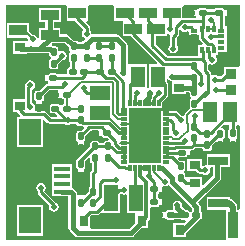
<source format=gbl>
G04*
G04 #@! TF.GenerationSoftware,Altium Limited,Altium Designer,18.0.11 (651)*
G04*
G04 Layer_Physical_Order=2*
G04 Layer_Color=16711680*
%FSAX44Y44*%
%MOMM*%
G71*
G01*
G75*
%ADD10C,0.3000*%
%ADD15R,1.5000X0.9500*%
%ADD17C,0.2540*%
%ADD18C,0.4000*%
%ADD19C,0.2000*%
%ADD20C,0.5000*%
%ADD21R,0.5500X0.3000*%
%ADD22R,0.3000X0.5500*%
%ADD23R,2.6500X4.6500*%
%ADD24R,1.7000X0.8000*%
%ADD25R,0.8000X0.9000*%
%ADD26R,0.9000X0.8000*%
G04:AMPARAMS|DCode=27|XSize=0.5mm|YSize=0.6mm|CornerRadius=0.0625mm|HoleSize=0mm|Usage=FLASHONLY|Rotation=90.000|XOffset=0mm|YOffset=0mm|HoleType=Round|Shape=RoundedRectangle|*
%AMROUNDEDRECTD27*
21,1,0.5000,0.4750,0,0,90.0*
21,1,0.3750,0.6000,0,0,90.0*
1,1,0.1250,0.2375,0.1875*
1,1,0.1250,0.2375,-0.1875*
1,1,0.1250,-0.2375,-0.1875*
1,1,0.1250,-0.2375,0.1875*
%
%ADD27ROUNDEDRECTD27*%
%ADD28R,1.9000X2.3000*%
%ADD29R,1.4000X0.4000*%
G04:AMPARAMS|DCode=30|XSize=0.5mm|YSize=0.6mm|CornerRadius=0.0625mm|HoleSize=0mm|Usage=FLASHONLY|Rotation=180.000|XOffset=0mm|YOffset=0mm|HoleType=Round|Shape=RoundedRectangle|*
%AMROUNDEDRECTD30*
21,1,0.5000,0.4750,0,0,180.0*
21,1,0.3750,0.6000,0,0,180.0*
1,1,0.1250,-0.1875,0.2375*
1,1,0.1250,0.1875,0.2375*
1,1,0.1250,0.1875,-0.2375*
1,1,0.1250,-0.1875,-0.2375*
%
%ADD30ROUNDEDRECTD30*%
%ADD31R,0.9000X0.7000*%
%ADD32R,1.8200X1.1900*%
%ADD33R,1.1900X1.8200*%
%ADD34R,1.2200X2.2200*%
%ADD35R,0.4000X0.6000*%
%ADD36R,0.6000X0.4000*%
%ADD37R,0.9500X0.9500*%
%ADD38R,0.8500X2.2000*%
%ADD39C,0.5000*%
G36*
X00921425Y00918972D02*
X00922500Y00918500D01*
X00922500Y00917702D01*
Y00906000D01*
X00929756D01*
X00936676Y00899080D01*
Y00897674D01*
X00936616Y00897634D01*
X00935732Y00896311D01*
X00935422Y00894750D01*
X00935732Y00893189D01*
X00936616Y00891866D01*
X00937565Y00891232D01*
X00937825Y00889967D01*
X00937097Y00888986D01*
X00936546Y00888877D01*
X00935843Y00888407D01*
X00935617Y00888069D01*
X00931883D01*
X00931657Y00888407D01*
X00930954Y00888877D01*
X00930125Y00889042D01*
X00928755D01*
X00924523Y00893273D01*
X00923366Y00894047D01*
X00922000Y00894319D01*
X00917000D01*
Y00899750D01*
X00911569D01*
Y00904500D01*
X00917250D01*
Y00917000D01*
X00899250D01*
Y00904500D01*
X00904431D01*
Y00899750D01*
X00899000D01*
Y00892014D01*
X00897825Y00891600D01*
X00897730Y00891617D01*
X00896884Y00892884D01*
X00895561Y00893768D01*
X00894000Y00894078D01*
X00893605Y00894000D01*
X00890250Y00897355D01*
Y00904000D01*
X00872250D01*
Y00891500D01*
X00888895D01*
X00890000Y00890395D01*
X00889922Y00890000D01*
X00890078Y00889213D01*
X00888875Y00888750D01*
X00877000D01*
Y00877750D01*
X00889000D01*
Y00878277D01*
X00890270Y00878595D01*
X00890439Y00878482D01*
X00892000Y00878172D01*
X00893561Y00878482D01*
X00893859Y00878681D01*
X00907272D01*
X00907458Y00878495D01*
Y00877125D01*
X00907623Y00876296D01*
X00908093Y00875593D01*
X00908740Y00875161D01*
X00908796Y00874776D01*
Y00874224D01*
X00908740Y00873839D01*
X00908093Y00873407D01*
X00907623Y00872704D01*
X00907458Y00871875D01*
Y00867125D01*
X00907623Y00866296D01*
X00908093Y00865593D01*
X00908796Y00865123D01*
X00909625Y00864958D01*
X00913375D01*
X00914204Y00865123D01*
X00914907Y00865593D01*
X00915377Y00866296D01*
X00915542Y00867125D01*
Y00869548D01*
X00918221Y00872227D01*
X00918500Y00872172D01*
X00920061Y00872482D01*
X00921384Y00873366D01*
X00922268Y00874689D01*
X00922578Y00876250D01*
X00922268Y00877811D01*
X00921384Y00879134D01*
X00920061Y00880018D01*
X00918500Y00880328D01*
X00916939Y00880018D01*
X00916812Y00879933D01*
X00915542Y00880611D01*
Y00881875D01*
X00915377Y00882704D01*
X00914907Y00883407D01*
X00914204Y00883877D01*
X00913375Y00884042D01*
X00912005D01*
X00911273Y00884773D01*
X00910244Y00885462D01*
X00910221Y00886257D01*
X00910303Y00886805D01*
X00910750Y00887181D01*
X00920522D01*
X00924208Y00883495D01*
Y00882125D01*
X00924373Y00881296D01*
X00924843Y00880593D01*
X00925490Y00880161D01*
X00925546Y00879776D01*
Y00879224D01*
X00925490Y00878839D01*
X00924843Y00878407D01*
X00924373Y00877704D01*
X00924208Y00876875D01*
Y00872125D01*
X00924373Y00871296D01*
X00924843Y00870593D01*
X00924926Y00870538D01*
Y00866502D01*
X00924296Y00866377D01*
X00923593Y00865907D01*
X00923123Y00865204D01*
X00922958Y00864375D01*
Y00860625D01*
X00922712Y00860324D01*
X00915129D01*
X00914907Y00860657D01*
X00914204Y00861127D01*
X00913375Y00861292D01*
X00908625D01*
X00907796Y00861127D01*
X00907093Y00860657D01*
X00906623Y00859954D01*
X00906583Y00859752D01*
X00904000D01*
Y00854752D01*
X00906321D01*
X00907009Y00853719D01*
X00906570Y00852574D01*
X00906500D01*
X00906500Y00852574D01*
X00905419Y00852359D01*
X00904503Y00851747D01*
X00904503Y00851747D01*
X00899469Y00846713D01*
X00897375D01*
X00896546Y00846548D01*
X00895843Y00846079D01*
X00895373Y00845376D01*
X00895208Y00844547D01*
Y00839797D01*
X00895373Y00838968D01*
X00895843Y00838265D01*
X00896546Y00837795D01*
X00896752Y00837754D01*
Y00835172D01*
X00901753D01*
Y00837755D01*
X00901954Y00837795D01*
X00902657Y00838265D01*
X00903127Y00838968D01*
X00903292Y00839797D01*
Y00842548D01*
X00907670Y00846926D01*
X00915268D01*
X00915500Y00845752D01*
X00915500D01*
Y00840751D01*
X00918082D01*
X00918123Y00840546D01*
X00918593Y00839843D01*
X00919296Y00839373D01*
X00919951Y00839243D01*
Y00835507D01*
X00919296Y00835377D01*
X00918593Y00834907D01*
X00918160Y00834260D01*
X00917776Y00834204D01*
X00917224D01*
X00916840Y00834260D01*
X00916407Y00834907D01*
X00915704Y00835377D01*
X00914875Y00835542D01*
X00910125D01*
X00909296Y00835377D01*
X00908593Y00834907D01*
X00908123Y00834204D01*
X00907958Y00833375D01*
Y00829625D01*
X00908123Y00828796D01*
X00908593Y00828093D01*
X00909296Y00827623D01*
X00910125Y00827458D01*
X00912548D01*
X00914508Y00825498D01*
X00914022Y00824324D01*
X00909170D01*
X00904997Y00828497D01*
X00904081Y00829109D01*
X00903000Y00829324D01*
X00903000Y00829324D01*
X00895966D01*
X00895287Y00830594D01*
X00895518Y00830939D01*
X00895828Y00832500D01*
X00895518Y00834061D01*
X00894634Y00835384D01*
X00893311Y00836268D01*
X00892824Y00836365D01*
Y00847435D01*
X00893061Y00847482D01*
X00894384Y00848366D01*
X00895268Y00849689D01*
X00895578Y00851250D01*
X00895268Y00852811D01*
X00894384Y00854134D01*
X00893061Y00855018D01*
X00891500Y00855328D01*
X00889939Y00855018D01*
X00888616Y00854134D01*
X00887732Y00852811D01*
X00887422Y00851250D01*
X00887479Y00850963D01*
X00887391Y00850831D01*
X00887176Y00849750D01*
X00887176Y00849750D01*
Y00839500D01*
X00877000D01*
Y00828500D01*
X00880671D01*
X00881003Y00828003D01*
X00883152Y00825853D01*
X00882666Y00824680D01*
X00880250D01*
Y00798680D01*
X00902250D01*
Y00821597D01*
X00903423Y00822083D01*
X00906003Y00819503D01*
X00906003Y00819503D01*
X00906919Y00818891D01*
X00908000Y00818676D01*
X00920326D01*
X00920366Y00818616D01*
X00921689Y00817732D01*
X00923250Y00817422D01*
X00924811Y00817732D01*
X00926134Y00818616D01*
X00926174Y00818676D01*
X00930298D01*
X00930373Y00818296D01*
X00930843Y00817593D01*
X00931546Y00817123D01*
X00932375Y00816958D01*
X00934874D01*
X00935559Y00816501D01*
X00936519Y00816310D01*
X00936851Y00815777D01*
X00937124Y00815118D01*
X00934548Y00812542D01*
X00932375D01*
X00931546Y00812377D01*
X00930843Y00811907D01*
X00930373Y00811204D01*
X00930208Y00810375D01*
Y00805625D01*
X00930373Y00804796D01*
X00930843Y00804093D01*
X00931546Y00803623D01*
X00931752Y00803582D01*
Y00801000D01*
X00936753D01*
Y00803583D01*
X00936954Y00803623D01*
X00937657Y00804093D01*
X00938127Y00804796D01*
X00938292Y00805625D01*
Y00808298D01*
X00942840Y00812846D01*
X00949750D01*
Y00808501D01*
X00952332D01*
X00952373Y00808296D01*
X00952843Y00807593D01*
X00953546Y00807123D01*
X00954375Y00806958D01*
X00956547D01*
X00958194Y00805312D01*
X00957668Y00804042D01*
X00955375D01*
X00954546Y00803877D01*
X00953843Y00803407D01*
X00953373Y00802704D01*
X00953298Y00802324D01*
X00950202D01*
X00950127Y00802704D01*
X00949657Y00803407D01*
X00948954Y00803877D01*
X00948125Y00804042D01*
X00944375D01*
X00943546Y00803877D01*
X00942843Y00803407D01*
X00942373Y00802704D01*
X00942208Y00801875D01*
Y00799453D01*
X00932003Y00789247D01*
X00931980Y00789213D01*
X00931546Y00789127D01*
X00930843Y00788657D01*
X00930373Y00787954D01*
X00930208Y00787125D01*
Y00782375D01*
X00930373Y00781546D01*
X00930843Y00780843D01*
X00931546Y00780373D01*
X00931752Y00780332D01*
Y00777750D01*
X00936753D01*
Y00780333D01*
X00936954Y00780373D01*
X00937657Y00780843D01*
X00938127Y00781546D01*
X00938292Y00782375D01*
Y00787125D01*
X00938222Y00787477D01*
X00941035Y00790291D01*
X00942208Y00789805D01*
Y00787125D01*
X00942373Y00786296D01*
X00942843Y00785593D01*
X00943546Y00785123D01*
X00943676Y00785098D01*
Y00779170D01*
X00943003Y00778497D01*
X00942391Y00777581D01*
X00942176Y00776500D01*
X00942176Y00776500D01*
Y00765546D01*
X00941593Y00765157D01*
X00941123Y00764454D01*
X00940958Y00763625D01*
Y00761202D01*
X00937814Y00758058D01*
X00936748Y00758500D01*
Y00758500D01*
X00931747D01*
X00931069Y00759489D01*
Y00759500D01*
X00930797Y00760866D01*
X00930023Y00762023D01*
X00928643Y00763403D01*
X00927486Y00764177D01*
X00927182Y00764237D01*
Y00770588D01*
Y00777192D01*
Y00784192D01*
X00910182D01*
Y00777192D01*
Y00770588D01*
Y00763984D01*
Y00757380D01*
X00918337D01*
X00918682Y00757311D01*
X00923931D01*
Y00730500D01*
X00924203Y00729134D01*
X00924977Y00727977D01*
X00929227Y00723727D01*
X00930384Y00722953D01*
X00931750Y00722681D01*
X00977000D01*
X00978366Y00722953D01*
X00979523Y00723727D01*
X00985797Y00730000D01*
X00991500D01*
Y00736424D01*
X00992163Y00737087D01*
X00992163Y00737087D01*
X00992826Y00738079D01*
X00993059Y00739250D01*
Y00747126D01*
X00994125Y00748208D01*
X00998875D01*
X00999704Y00748373D01*
X01000407Y00748843D01*
X01000877Y00749546D01*
X01000918Y00749752D01*
X01003500D01*
Y00754753D01*
X01000917D01*
X01000877Y00754954D01*
X01000407Y00755657D01*
X00999704Y00756127D01*
X00999574Y00756153D01*
Y00759097D01*
X00999704Y00759123D01*
X01000407Y00759593D01*
X01000877Y00760296D01*
X01000917Y00760497D01*
X01003500D01*
Y00764670D01*
X01003510Y00764692D01*
X01004717Y00765625D01*
X01005549Y00765459D01*
X01007110Y00765770D01*
X01007682Y00766152D01*
X01008837Y00766389D01*
X01009495Y00765958D01*
X01025977Y00749477D01*
X01028681Y00746772D01*
Y00745133D01*
X01028343Y00744907D01*
X01027911Y00744260D01*
X01027526Y00744204D01*
X01026974D01*
X01026590Y00744260D01*
X01026157Y00744907D01*
X01025454Y00745377D01*
X01024625Y00745542D01*
X01023255D01*
X01020116Y00748681D01*
X01020328Y00749750D01*
X01020018Y00751311D01*
X01019134Y00752634D01*
X01017811Y00753518D01*
X01016250Y00753828D01*
X01014689Y00753518D01*
X01013366Y00752634D01*
X01012482Y00751311D01*
X01012172Y00749750D01*
X01012482Y00748189D01*
X01012681Y00747891D01*
Y00747500D01*
X01012818Y00746812D01*
X01011977Y00745598D01*
X01011875Y00745542D01*
X01008125D01*
X01007296Y00745377D01*
X01006593Y00744907D01*
X01006123Y00744204D01*
X01006083Y00744002D01*
X01003500D01*
Y00739001D01*
X01006082D01*
X01006123Y00738796D01*
X01006593Y00738093D01*
X01007296Y00737623D01*
X01008125Y00737458D01*
X01012875D01*
X01013704Y00737623D01*
X01014165Y00737931D01*
X01018585D01*
X01019046Y00737623D01*
X01019875Y00737458D01*
X01022752D01*
X01023238Y00736285D01*
X01021453Y00734500D01*
X01012500D01*
Y00722500D01*
X01023500D01*
Y00726461D01*
X01023523Y00726477D01*
X01034505Y00737458D01*
X01034625D01*
X01035454Y00737623D01*
X01036157Y00738093D01*
X01036627Y00738796D01*
X01036792Y00739625D01*
Y00743375D01*
X01036627Y00744204D01*
X01036157Y00744907D01*
X01035819Y00745133D01*
Y00748250D01*
X01035547Y00749616D01*
X01034773Y00750773D01*
X01033547Y00752000D01*
X01052023Y00770477D01*
X01052797Y00771634D01*
X01053069Y00773000D01*
Y00782000D01*
X01061000D01*
Y00793000D01*
X01041000D01*
Y00784130D01*
X01040018Y00783325D01*
X01040000Y00783328D01*
X01038439Y00783018D01*
X01038020Y00782738D01*
X01036750Y00783417D01*
Y00788750D01*
X01024750D01*
Y00778750D01*
X01031756D01*
X01033253Y00777253D01*
X01034169Y00776641D01*
X01035250Y00776426D01*
X01037076D01*
X01037116Y00776366D01*
X01038439Y00775482D01*
X01040000Y00775172D01*
X01041561Y00775482D01*
X01042884Y00776366D01*
X01043768Y00777689D01*
X01044078Y00779250D01*
X01043784Y00780730D01*
X01043788Y00781004D01*
X01044320Y00782000D01*
X01045931D01*
Y00774478D01*
X01037923Y00766470D01*
X01036750Y00766956D01*
Y00773750D01*
X01024750D01*
Y00773750D01*
X01023480Y00773712D01*
X01023042Y00774042D01*
Y00775125D01*
X01022877Y00775954D01*
X01022407Y00776657D01*
X01021760Y00777089D01*
X01021704Y00777474D01*
Y00778026D01*
X01021760Y00778410D01*
X01022407Y00778843D01*
X01022877Y00779546D01*
X01023042Y00780375D01*
Y00785125D01*
X01022877Y00785954D01*
X01022407Y00786657D01*
X01021704Y00787127D01*
X01020875Y00787292D01*
X01018453D01*
X01016924Y00788820D01*
X01016962Y00789095D01*
X01017875Y00790208D01*
X01022625D01*
X01023454Y00790373D01*
X01024157Y00790843D01*
X01024627Y00791546D01*
X01024667Y00791748D01*
X01027250D01*
Y00795232D01*
X01027980Y00796156D01*
X01029061Y00796371D01*
X01029977Y00796983D01*
X01031170Y00798176D01*
X01037458D01*
Y00797875D01*
X01037623Y00797046D01*
X01038093Y00796343D01*
X01038796Y00795873D01*
X01039625Y00795708D01*
X01043375D01*
X01044204Y00795873D01*
X01044907Y00796343D01*
X01045377Y00797046D01*
X01045542Y00797875D01*
Y00800297D01*
X01048861Y00803617D01*
X01049748Y00803250D01*
Y00803250D01*
X01054749D01*
Y00805832D01*
X01054954Y00805873D01*
X01055657Y00806343D01*
X01056127Y00807046D01*
X01056292Y00807875D01*
Y00812625D01*
X01056127Y00813454D01*
X01055657Y00814157D01*
X01054954Y00814627D01*
X01054125Y00814792D01*
X01053695D01*
X01053209Y00815965D01*
X01055144Y00817900D01*
X01060176D01*
Y00814796D01*
X01059593Y00814407D01*
X01059123Y00813704D01*
X01058958Y00812875D01*
Y00808125D01*
X01059123Y00807296D01*
X01059593Y00806593D01*
X01060296Y00806123D01*
X01060502Y00806082D01*
Y00803500D01*
X01065503D01*
Y00806083D01*
X01065704Y00806123D01*
X01066407Y00806593D01*
X01066877Y00807296D01*
X01067042Y00808125D01*
Y00812875D01*
X01066877Y00813704D01*
X01066407Y00814407D01*
X01065824Y00814796D01*
Y00817002D01*
X01066722Y00817900D01*
X01068000Y00817900D01*
X01068832Y00816975D01*
Y00811530D01*
Y00746736D01*
X01068814Y00746459D01*
X01067508Y00745968D01*
X01067078Y00746398D01*
Y00748250D01*
X01066768Y00749811D01*
X01065884Y00751134D01*
X01065884Y00751134D01*
X01062884Y00754134D01*
X01061561Y00755018D01*
X01061000Y00755129D01*
Y00757000D01*
X01041000D01*
Y00746000D01*
X01056187D01*
X01057250Y00745500D01*
Y00721360D01*
X01057250Y00720500D01*
X01056150Y00720090D01*
X00870966D01*
Y00918972D01*
X00921425D01*
D02*
G37*
G36*
X01019666Y00897566D02*
X01020989Y00896682D01*
X01022550Y00896372D01*
X01024111Y00896682D01*
X01024730Y00897096D01*
X01026000Y00896417D01*
Y00894000D01*
X01034176D01*
Y00891250D01*
X01034176Y00891250D01*
X01034391Y00890169D01*
X01035003Y00889253D01*
X01037582Y00886673D01*
X01037096Y00885500D01*
X01033500D01*
Y00876500D01*
X01032390Y00876114D01*
X01007630D01*
X00997824Y00885920D01*
Y00893000D01*
X01007000D01*
Y00894430D01*
X01007996Y00894962D01*
X01008270Y00894966D01*
X01009487Y00894724D01*
X01010003Y00893942D01*
X01010170Y00893460D01*
X01010062Y00893300D01*
X01009847Y00892219D01*
X01009847Y00892219D01*
Y00885174D01*
X01009788Y00885134D01*
X01008904Y00883811D01*
X01008593Y00882250D01*
X01008904Y00880689D01*
X01009788Y00879366D01*
X01011111Y00878482D01*
X01012672Y00878172D01*
X01014232Y00878482D01*
X01015555Y00879366D01*
X01016440Y00880689D01*
X01016750Y00882250D01*
X01016440Y00883811D01*
X01015555Y00885134D01*
X01015496Y00885174D01*
Y00891049D01*
X01017017Y00892570D01*
X01017017Y00892570D01*
X01017629Y00893486D01*
X01017844Y00894567D01*
X01017844Y00894567D01*
Y00898007D01*
X01019114Y00898392D01*
X01019666Y00897566D01*
D02*
G37*
G36*
X01068832Y00918972D02*
Y00868029D01*
X01068250Y00867000D01*
X01067562Y00867000D01*
X01055750D01*
Y00861494D01*
X01053080Y00858824D01*
X01050674D01*
X01050634Y00858884D01*
X01049311Y00859768D01*
X01047750Y00860078D01*
X01046189Y00859768D01*
X01045864Y00859551D01*
X01044594Y00860230D01*
Y00861027D01*
X01044379Y00862108D01*
X01043767Y00863024D01*
X01043767Y00863024D01*
X01042304Y00864487D01*
Y00868624D01*
X01043574Y00869303D01*
X01043990Y00869025D01*
X01045551Y00868714D01*
X01047112Y00869025D01*
X01048435Y00869909D01*
X01049319Y00871232D01*
X01049629Y00872793D01*
X01049319Y00874353D01*
X01048733Y00875230D01*
X01049314Y00876500D01*
X01050500D01*
Y00879000D01*
X01058000D01*
Y00889000D01*
Y00901000D01*
X01056324D01*
Y00910252D01*
X01058250D01*
Y00915253D01*
X01055667D01*
X01055627Y00915454D01*
X01055157Y00916157D01*
X01054454Y00916627D01*
X01053625Y00916792D01*
X01048875D01*
X01048046Y00916627D01*
X01047343Y00916157D01*
X01046954Y00915574D01*
X01041796D01*
X01041407Y00916157D01*
X01040704Y00916627D01*
X01039875Y00916792D01*
X01035125D01*
X01034296Y00916627D01*
X01033593Y00916157D01*
X01033123Y00915454D01*
X01033082Y00915248D01*
X01030500D01*
Y00910247D01*
X01032041D01*
X01032291Y00909844D01*
X01031585Y00908574D01*
X01020500D01*
Y00917702D01*
X01021574Y00918972D01*
X01068832D01*
D02*
G37*
G36*
X00961425Y00918972D02*
X00962500Y00918500D01*
X00962500Y00917702D01*
Y00906000D01*
X00968687D01*
X00969750Y00905500D01*
Y00893000D01*
X00976421D01*
X00976753Y00892503D01*
X00999232Y00870023D01*
X00998746Y00868850D01*
X00992350D01*
Y00849480D01*
X00991235Y00848995D01*
X00990150Y00849642D01*
Y00868850D01*
X00975250D01*
Y00868850D01*
X00974069Y00869064D01*
Y00885000D01*
X00973797Y00886366D01*
X00973023Y00887523D01*
X00973019Y00887526D01*
X00967272Y00893273D01*
X00966114Y00894047D01*
X00964749Y00894319D01*
X00944787D01*
X00943824Y00894662D01*
X00943429Y00895503D01*
X00943268Y00896311D01*
X00942384Y00897634D01*
X00942324Y00897674D01*
Y00898867D01*
X00942359Y00898919D01*
X00942574Y00900000D01*
X00942359Y00901081D01*
X00941747Y00901997D01*
X00941747Y00901997D01*
X00938917Y00904827D01*
X00939404Y00906000D01*
X00940500D01*
Y00917702D01*
X00941574Y00918972D01*
X00961425D01*
D02*
G37*
G36*
X01009116Y00855616D02*
X01010439Y00854732D01*
X01011750Y00854471D01*
Y00843500D01*
X01023750D01*
Y00845431D01*
X01025522D01*
X01026458Y00844495D01*
Y00843125D01*
X01026623Y00842296D01*
X01027093Y00841593D01*
X01027740Y00841161D01*
X01027796Y00840776D01*
Y00840224D01*
X01027740Y00839839D01*
X01027093Y00839407D01*
X01026623Y00838704D01*
X01026458Y00837875D01*
Y00833125D01*
X01026623Y00832296D01*
X01026826Y00831992D01*
X01022948Y00828113D01*
X01022395Y00827287D01*
X01022201Y00826311D01*
Y00825853D01*
X01021290Y00825366D01*
X01020931Y00825294D01*
X01019500Y00825578D01*
X01019430Y00825564D01*
X01016497Y00828497D01*
X01015581Y00829109D01*
X01014500Y00829324D01*
X01014500Y00829324D01*
X01010500D01*
Y00829500D01*
X01002000D01*
Y00819500D01*
Y00807500D01*
Y00795500D01*
Y00785000D01*
X00975000D01*
Y00791500D01*
Y00801500D01*
X00967686D01*
X00967047Y00802230D01*
X00967425Y00803500D01*
X00970454D01*
X00970750Y00803441D01*
X00971046Y00803500D01*
X00975000D01*
Y00817500D01*
X00968617D01*
X00967947Y00818341D01*
X00968453Y00819500D01*
X00975000D01*
Y00832000D01*
X01003500D01*
Y00836709D01*
X01007767Y00840976D01*
X01008379Y00841892D01*
X01008594Y00842973D01*
X01008594Y00842973D01*
Y00852280D01*
X01008379Y00853361D01*
X01007767Y00854277D01*
X01007767Y00854277D01*
X01007250Y00854794D01*
Y00856123D01*
X01008520Y00856508D01*
X01009116Y00855616D01*
D02*
G37*
G36*
X00969237Y00758941D02*
X00970797Y00758631D01*
X00972030Y00758876D01*
X00973300Y00758159D01*
Y00743150D01*
X00980210D01*
X00980500Y00742000D01*
X00980500D01*
Y00734797D01*
X00975522Y00729819D01*
X00943695D01*
X00942500Y00730000D01*
Y00740256D01*
X00943420Y00741176D01*
X00947850D01*
X00947850Y00741176D01*
X00948931Y00741391D01*
X00949847Y00742003D01*
X00951289Y00743445D01*
X00952000Y00743150D01*
Y00743150D01*
X00967200D01*
Y00758781D01*
X00968414Y00759491D01*
X00969237Y00758941D01*
D02*
G37*
%LPC*%
G36*
X00900750Y00768578D02*
X00899189Y00768268D01*
X00897866Y00767384D01*
X00896982Y00766061D01*
X00896672Y00764500D01*
X00896982Y00762939D01*
X00897866Y00761616D01*
X00897926Y00761576D01*
Y00760500D01*
X00897926Y00760500D01*
X00898141Y00759419D01*
X00898753Y00758503D01*
X00907684Y00749571D01*
X00907422Y00748250D01*
X00907732Y00746689D01*
X00908616Y00745366D01*
X00909939Y00744482D01*
X00911500Y00744172D01*
X00913061Y00744482D01*
X00914384Y00745366D01*
X00915268Y00746689D01*
X00915578Y00748250D01*
X00915268Y00749811D01*
X00914384Y00751134D01*
X00913522Y00751710D01*
X00913497Y00751747D01*
X00913497Y00751747D01*
X00903633Y00761611D01*
X00903634Y00761616D01*
X00904518Y00762939D01*
X00904828Y00764500D01*
X00904518Y00766061D01*
X00903634Y00767384D01*
X00902311Y00768268D01*
X00900750Y00768578D01*
D02*
G37*
G36*
X00902250Y00749750D02*
X00880250D01*
Y00723750D01*
X00902250D01*
Y00749750D01*
D02*
G37*
%LPD*%
D10*
X00990000Y00739250D02*
Y00769058D01*
X00984500Y00774558D02*
X00990000Y00769058D01*
X00984500Y00774558D02*
Y00780750D01*
X00986750Y00736000D02*
X00990000Y00739250D01*
X00967000Y00810500D02*
X00970750D01*
Y00806500D02*
Y00810500D01*
X00984500Y00780750D02*
X00988500D01*
Y00836250D02*
X00992100D01*
X00958750Y00818750D02*
X00967000Y00810500D01*
D15*
X00978750Y00899250D02*
D03*
X00998000D02*
D03*
X00908000Y00893500D02*
D03*
X00881250Y00910750D02*
D03*
X00951500Y00912250D02*
D03*
X00991500D02*
D03*
X00971500D02*
D03*
X00931500D02*
D03*
X01011500D02*
D03*
X00881250Y00897750D02*
D03*
X00908250Y00910750D02*
D03*
D17*
X01060050Y00828500D02*
X01063000Y00825550D01*
X01060050Y00826800D02*
Y00828500D01*
X01035500Y00811000D02*
X01044250D01*
X01015020Y00894567D02*
Y00900373D01*
X01020397Y00905750D01*
X01009750Y00898750D02*
Y00910500D01*
X01012672Y00892219D02*
X01015020Y00894567D01*
X00980500Y00836250D02*
Y00843000D01*
X00982250Y00844750D01*
X00996500Y00841040D02*
X01000299Y00844839D01*
Y00845041D01*
X00996500Y00836250D02*
Y00841040D01*
X01014500Y00826500D02*
X01019500Y00821500D01*
X01006250Y00826500D02*
X01014500D01*
X01006250Y00822170D02*
X01009899D01*
X00996750Y00763000D02*
Y00768884D01*
X00996750Y00751750D02*
Y00763000D01*
X00937250Y00736000D02*
Y00739000D01*
X01012500Y00813000D02*
Y00819569D01*
X01009899Y00822170D02*
X01012500Y00819569D01*
X01006250Y00822170D02*
Y00822500D01*
X01012500Y00813000D02*
X01014750Y00810750D01*
X01016580Y00802420D02*
X01016660Y00802500D01*
X01006250D02*
X01016660D01*
X01021170Y00802420D02*
X01023000Y00804250D01*
X01016580Y00802420D02*
X01021170D01*
X01042250Y00801000D02*
X01052250Y00811000D01*
X01030000Y00801000D02*
X01042250D01*
X01014270Y00798980D02*
X01027980D01*
X01013790Y00798500D02*
X01014270Y00798980D01*
X01027980D02*
X01030000Y00801000D01*
X01006250Y00798500D02*
X01013790D01*
X00966559Y00762709D02*
X00970797D01*
X00959600Y00755750D02*
X00966559Y00762709D01*
X01030500Y00835500D02*
X01040750Y00845750D01*
X00995000Y00896250D02*
X00998000Y00899250D01*
X00995000Y00884750D02*
Y00896250D01*
Y00884750D02*
X01006460Y00873290D01*
X01036757D01*
X00978750Y00894500D02*
X01003730Y00869520D01*
X00978750Y00894500D02*
Y00899250D01*
X00991500Y00905750D02*
Y00912250D01*
Y00905750D02*
X00998000Y00899250D01*
X00971500Y00912250D02*
X00978750Y00905000D01*
Y00899250D02*
Y00905000D01*
X00991500Y00912250D02*
X00991500Y00912250D01*
X00890000Y00849750D02*
X00891500Y00851250D01*
X00890000Y00834250D02*
Y00849750D01*
Y00834250D02*
X00891750Y00832500D01*
X01030250Y00816250D02*
Y00824740D01*
X01031050Y00825540D01*
X01009750Y00910500D02*
X01011500Y00912250D01*
X01012672Y00882250D02*
Y00892219D01*
X01003730Y00869520D02*
X01028730D01*
X01030500Y00867750D01*
X00939500Y00894750D02*
Y00899750D01*
X00939750Y00900000D01*
X00931500Y00908250D02*
X00939750Y00900000D01*
X00931500Y00908250D02*
Y00912250D01*
X01020397Y00905750D02*
X01037500D01*
X01022550Y00900450D02*
X01027550D01*
X01030500Y00897500D01*
X01037000Y00891250D02*
X01041727Y00886524D01*
X01045007Y00892500D02*
X01053500D01*
X01044301Y00891794D02*
X01045007Y00892500D01*
X01041727Y00886524D02*
X01044545D01*
X01046170Y00884899D01*
X00900750Y00760500D02*
Y00764500D01*
Y00760500D02*
X00911500Y00749750D01*
Y00748250D02*
Y00749750D01*
X00918250Y00876250D02*
X00918500D01*
X00911500Y00869500D02*
X00918250Y00876250D01*
X01037500Y00905750D02*
Y00912750D01*
Y00899500D02*
Y00905750D01*
X01051250Y00912750D02*
X01053500Y00910500D01*
Y00897500D02*
Y00910500D01*
X01037000Y00899000D02*
X01037500Y00899500D01*
Y00912750D02*
X01037500Y00912750D01*
X01051250D01*
X01036757Y00873290D02*
X01037830Y00872217D01*
X01041770Y00844770D02*
Y00861027D01*
X01040000Y00843000D02*
X01041770Y00844770D01*
X01047750Y00856000D02*
X01054250D01*
X01059000Y00860750D01*
X01030500Y00865953D02*
Y00867750D01*
Y00865953D02*
X01036500Y00859953D01*
Y00852000D02*
Y00859953D01*
X01044707Y00872793D02*
X01045551D01*
X01042830Y00874670D02*
X01044707Y00872793D01*
X01037830Y00872217D02*
X01039398Y00870649D01*
X01039480Y00870730D01*
Y00863317D02*
Y00870730D01*
X01048551Y00847041D02*
X01049110Y00847600D01*
X01037830Y00872217D02*
Y00880170D01*
X01039480Y00863317D02*
X01041770Y00861027D01*
X01037000Y00881000D02*
X01037830Y00880170D01*
X01046170Y00881830D02*
Y00884899D01*
Y00881830D02*
X01047000Y00881000D01*
X01037000Y00891250D02*
Y00899000D01*
X01042830Y00874670D02*
Y00880170D01*
X01042000Y00881000D02*
X01042830Y00880170D01*
X01049110Y00847600D02*
X01062000D01*
X00961399Y00862898D02*
X00970250Y00854047D01*
X00961250Y00862250D02*
Y00874250D01*
X00970250Y00831000D02*
Y00854047D01*
X00999800Y00858250D02*
X01005770Y00852280D01*
Y00842973D02*
Y00852280D01*
X00976500Y00852050D02*
X00982700Y00858250D01*
X00976500Y00836250D02*
Y00852050D01*
X00951250Y00862250D02*
Y00873500D01*
X00937750Y00862000D02*
Y00863250D01*
Y00859750D02*
Y00862000D01*
X00935500Y00857500D02*
X00937750Y00859750D01*
X00911000Y00857500D02*
X00935500D01*
X00921042Y00852042D02*
X00921295D01*
X00918750Y00849750D02*
X00921042Y00852042D01*
X00906500Y00849750D02*
X00918750D01*
X00899250Y00842500D02*
X00906500Y00849750D01*
X00936640Y00819110D02*
X00958390D01*
X00934250Y00821500D02*
X00936640Y00819110D01*
X00958390D02*
X00958750Y00818750D01*
X00883000Y00830000D02*
Y00834000D01*
Y00830000D02*
X00886500Y00826500D01*
X00922500Y00821500D02*
X00923250D01*
X00908000D02*
X00922500D01*
X00886500Y00826500D02*
X00903000D01*
X00908000Y00821500D01*
X00912500Y00831500D02*
X00922500Y00821500D01*
X00923250D02*
X00934250D01*
X00965000Y00828000D02*
Y00854432D01*
X00961982Y00857450D02*
X00965000Y00854432D01*
X00955550Y00857450D02*
X00961982D01*
X00965000Y00828000D02*
X00966500Y00826500D01*
X00970250Y00831000D02*
X00970750Y00830500D01*
X00992298Y00773335D02*
Y00774538D01*
Y00780548D01*
Y00773335D02*
X00996750Y00768884D01*
X00980500Y00756150D02*
Y00780750D01*
X01030750Y00783750D02*
X01035250Y00779250D01*
X01040000D01*
X01044250Y00811000D02*
X01060050Y00826800D01*
X01030250Y00816250D02*
X01035500Y00811000D01*
X01030000Y00806000D02*
X01030250Y00806250D01*
X01030000Y00801000D02*
Y00806000D01*
X01063000Y00811250D02*
Y00825550D01*
X01006250Y00794500D02*
X01006500Y00794250D01*
X01020250D01*
X01011250Y00790500D02*
X01019000Y00782750D01*
X01006250Y00790500D02*
X01011250D01*
X01018750Y00773750D02*
X01023750Y00768750D01*
X01030750D01*
X01030750Y00768750D02*
X01030750Y00768750D01*
X00996750Y00763000D02*
X00996750Y00763000D01*
X00947850Y00744000D02*
X00959600Y00755750D01*
X00942250Y00744000D02*
X00947850D01*
X00937250Y00739000D02*
X00942250Y00744000D01*
X00992298Y00780548D02*
X00992500Y00780750D01*
X00980500Y00756150D02*
X00980900Y00755750D01*
X00956500Y00799250D02*
X00960000D01*
X00934000Y00784750D02*
Y00787250D01*
X00946250Y00799500D01*
X00953250Y00771250D02*
X00964000D01*
X00950750Y00768750D02*
X00953250Y00771250D01*
X00950750Y00757000D02*
Y00768750D01*
X00945000Y00751250D02*
X00950750Y00757000D01*
X00972750Y00780750D02*
X00976500D01*
X00971250Y00782250D02*
X00972750Y00780750D01*
X00966500Y00782250D02*
X00971250D01*
X00959250Y00789500D02*
X00966500Y00782250D01*
X00945000Y00776500D02*
X00946500Y00778000D01*
X00945000Y00761250D02*
Y00776500D01*
X00935250Y00751500D02*
X00945000Y00761250D01*
X00933750Y00751500D02*
X00935250D01*
X00957250Y00789500D02*
X00959250D01*
X00946250D02*
X00946500Y00789250D01*
Y00778000D02*
Y00789250D01*
X00946250Y00799500D02*
X00957250D01*
X00934250Y00808000D02*
Y00808250D01*
X00964750Y00794500D02*
X00970750D01*
X00960000Y00799250D02*
X00964750Y00794500D01*
X00970750Y00790500D02*
Y00794500D01*
Y00786500D02*
Y00790500D01*
X00966500Y00798500D02*
X00970750D01*
X00963750Y00801250D02*
X00966500Y00798500D01*
X00963750Y00801250D02*
Y00803750D01*
X00950750Y00862250D02*
X00955550Y00857450D01*
X00938000Y00862250D02*
X00950750D01*
X00936796Y00847954D02*
Y00849041D01*
X00936546Y00847704D02*
X00936796Y00847954D01*
X00927750Y00874000D02*
X00928250Y00874500D01*
X00927750Y00862000D02*
Y00874000D01*
X00937750Y00862000D02*
X00938000Y00862250D01*
X00950250Y00874500D02*
X00951250Y00873500D01*
X00961000Y00874500D02*
X00961250Y00874250D01*
X00939250Y00874500D02*
X00950250D01*
X00950250Y00874500D01*
Y00884500D02*
X00961000D01*
X00966500Y00826500D02*
X00970750D01*
X01006250Y00798460D02*
X01006431Y00798279D01*
X00992500Y00780750D02*
X00992500Y00780750D01*
X00956500Y00810750D02*
X00956750D01*
X00956500D02*
X00956750Y00811000D01*
X00980500Y00836250D02*
X00984500D01*
X00956750Y00810750D02*
X00963750Y00803750D01*
X00939700Y00844550D02*
X00950000D01*
X00992100Y00836250D02*
X00992500D01*
X01000500D02*
Y00837703D01*
X00936546Y00847704D02*
X00939700Y00844550D01*
X00952080Y00815670D02*
X00956750Y00811000D01*
X00941670Y00815670D02*
X00952080D01*
X00934250Y00808250D02*
X00941670Y00815670D01*
X01000500Y00837703D02*
X01005770Y00842973D01*
X01059000Y00860750D02*
X01062000D01*
D18*
X01012000Y00858500D02*
X01029500D01*
X01030500Y00857500D01*
X00989750Y00838600D02*
X00992330Y00841180D01*
X00989750Y00838600D02*
X00992100Y00836250D01*
X00992330Y00844323D02*
X00993048Y00845041D01*
X00992330Y00841180D02*
Y00844323D01*
X00943985Y00890750D02*
X00964749D01*
X00970499Y00884999D01*
X00970500Y00885000D01*
X00922000Y00890750D02*
X00926750Y00886000D01*
X00910750Y00890750D02*
X00922000D01*
X00939500Y00886265D02*
X00943985Y00890750D01*
X01047750Y00787250D02*
X01049500Y00785500D01*
X01011549Y00768951D02*
X01028500Y00752000D01*
X01011549Y00768951D02*
Y00772273D01*
X01003072Y00780750D02*
X01011549Y00772273D01*
X01028500Y00752000D02*
X01032250Y00748250D01*
X01049500Y00773000D02*
Y00785500D01*
X01028500Y00752000D02*
X01049500Y00773000D01*
X00883000Y00883250D02*
X00884000Y00882250D01*
X00892000D01*
X00908000Y00910500D02*
X00908250Y00910750D01*
X00908000Y00893500D02*
Y00910500D01*
X00900750Y00882250D02*
X00908750D01*
X00892000D02*
X00900750D01*
X00900250Y00882750D02*
X00908000Y00890500D01*
X00900250Y00882750D02*
X00900750Y00882250D01*
X00908750D02*
X00911500Y00879500D01*
X01030500Y00845500D02*
Y00857500D01*
X01027000Y00849000D02*
X01030500Y00845500D01*
X01017750Y00849000D02*
X01027000D01*
X01000900Y00780750D02*
X01003072D01*
X01032250Y00741500D02*
Y00748250D01*
X01021000Y00729000D02*
X01032500Y00740500D01*
X01016250Y00747500D02*
Y00749750D01*
Y00747500D02*
X01022250Y00741500D01*
X01010500D02*
X01022250D01*
X00977000Y00726250D02*
X00986750Y00736000D01*
X00931750Y00726250D02*
X00977000D01*
X00927500Y00730500D02*
X00931750Y00726250D01*
X00927500Y00730500D02*
Y00759500D01*
X00926120Y00760880D02*
X00927500Y00759500D01*
X00918682Y00760880D02*
X00926120D01*
X00928250Y00884500D02*
X00939250D01*
X00908000Y00893500D02*
X00910750Y00890750D01*
X00970500Y00861250D02*
Y00885000D01*
X00908000Y00890500D02*
Y00893500D01*
D19*
X01017429Y00805750D02*
X01020929Y00809250D01*
X01012679Y00805750D02*
X01017429D01*
X01011329Y00807100D02*
X01012679Y00805750D01*
X01006850Y00807100D02*
X01011329D01*
X01021250Y00809250D02*
X01024800Y00812800D01*
X01020929Y00809250D02*
X01021250D01*
X01024750Y00826311D02*
X01028979Y00830540D01*
X01024750Y00819161D02*
Y00826311D01*
X01028979Y00830540D02*
X01040910D01*
X01024750Y00819161D02*
X01024800Y00819111D01*
Y00812800D02*
Y00819111D01*
X01044750Y00906250D02*
X01047000Y00904000D01*
Y00899000D02*
Y00904000D01*
X01042000Y00899000D02*
X01047000D01*
X01040910Y00830540D02*
X01042950Y00828500D01*
X00996500Y00777813D02*
X01004775Y00769538D01*
X01005549D01*
X00988500Y00816750D02*
X01002250Y00830500D01*
X00978500Y00818500D02*
X00988500Y00808500D01*
X00934250Y00798750D02*
X00934500D01*
X00881750Y00897750D02*
X00886250D01*
X00894000Y00890000D01*
X00961830Y00826687D02*
Y00853119D01*
Y00826687D02*
X00966017Y00822500D01*
X00960908Y00854041D02*
X00961830Y00853119D01*
X00934725Y00854041D02*
X00960908D01*
X00923933Y00843250D02*
X00934725Y00854041D01*
X00922500Y00843250D02*
X00923933D01*
X00922500D02*
X00922500Y00843250D01*
Y00831500D02*
Y00843250D01*
Y00831500D02*
X00922500Y00831500D01*
X00934250D01*
X01006250Y00806500D02*
X01006850Y00807100D01*
X00996500Y00777813D02*
Y00780750D01*
X00952500Y00829813D02*
Y00830500D01*
X00949750Y00827450D02*
X00952500Y00830200D01*
X00967813Y00814500D02*
X00970750D01*
X00952500Y00829813D02*
X00967813Y00814500D01*
X00966017Y00822500D02*
X00970750D01*
Y00818500D02*
X00978500D01*
X00983000Y00803000D02*
X00988500Y00808500D01*
X00982500Y00802500D02*
X00983000Y00803000D01*
X00970750Y00802500D02*
X00982500D01*
X00988500Y00808500D02*
Y00816750D01*
X01002250Y00830500D02*
X01006250D01*
X00970750Y00806500D02*
X00970750Y00806500D01*
X01006250D02*
X01006250Y00806500D01*
D20*
X01009750Y00898750D02*
D03*
X00993048Y00845041D02*
D03*
X00982250Y00844750D02*
D03*
X01014750Y00810750D02*
D03*
X01023000Y00804250D02*
D03*
X01019500Y00821500D02*
D03*
X00970797Y00762709D02*
D03*
X01004000Y00883500D02*
D03*
X01044750Y00906250D02*
D03*
X00893750Y00908500D02*
D03*
X00983000Y00876750D02*
D03*
X01031050Y00825540D02*
D03*
X01012672Y00882250D02*
D03*
X00939500Y00894750D02*
D03*
X01022550Y00900450D02*
D03*
X01044301Y00891794D02*
D03*
X00900750Y00764500D02*
D03*
X00911500Y00748250D02*
D03*
X01005549Y00769538D02*
D03*
X00918500Y00876250D02*
D03*
X01045250Y00866000D02*
D03*
X01045551Y00872793D02*
D03*
X01047750Y00856000D02*
D03*
X01048551Y00847041D02*
D03*
X01036500Y00852000D02*
D03*
X01040000Y00843000D02*
D03*
X00892000Y00882250D02*
D03*
X00894000Y00890000D02*
D03*
X01012000Y00858500D02*
D03*
X00921295Y00852042D02*
D03*
X00891750Y00832500D02*
D03*
X00923250Y00821500D02*
D03*
X00983000Y00825000D02*
D03*
Y00792000D02*
D03*
X00994000D02*
D03*
X00983000Y00803000D02*
D03*
X00994000D02*
D03*
X00983000Y00814000D02*
D03*
X00994000D02*
D03*
Y00825000D02*
D03*
X01000299Y00845041D02*
D03*
X00970547Y00748537D02*
D03*
X00992298Y00774538D02*
D03*
X01040000Y00779250D02*
D03*
X01016250Y00749750D02*
D03*
X01013500Y00757750D02*
D03*
X00964000Y00771250D02*
D03*
X00936796Y00849041D02*
D03*
X00891500Y00851250D02*
D03*
X01007750Y00837500D02*
D03*
X00970500Y00861250D02*
D03*
D21*
X00970750Y00786500D02*
D03*
Y00790500D02*
D03*
Y00794500D02*
D03*
Y00798500D02*
D03*
Y00802500D02*
D03*
Y00806500D02*
D03*
Y00810500D02*
D03*
Y00814500D02*
D03*
Y00818500D02*
D03*
Y00822500D02*
D03*
Y00826500D02*
D03*
Y00830500D02*
D03*
X01006250D02*
D03*
Y00826500D02*
D03*
Y00822500D02*
D03*
Y00818500D02*
D03*
Y00814500D02*
D03*
Y00810500D02*
D03*
Y00806500D02*
D03*
Y00802500D02*
D03*
Y00798500D02*
D03*
Y00794500D02*
D03*
Y00790500D02*
D03*
Y00786500D02*
D03*
D22*
X00976500Y00836250D02*
D03*
X00980500D02*
D03*
X00984500D02*
D03*
X00988500D02*
D03*
X00992500D02*
D03*
X00996500D02*
D03*
X01000500D02*
D03*
Y00780750D02*
D03*
X00996500D02*
D03*
X00992500D02*
D03*
X00988500D02*
D03*
X00984500D02*
D03*
X00980500D02*
D03*
X00976500D02*
D03*
D23*
X00988500Y00808500D02*
D03*
D24*
X01051000Y00751500D02*
D03*
Y00787500D02*
D03*
D25*
X00953000Y00736000D02*
D03*
X00937000D02*
D03*
X01018000Y00728500D02*
D03*
X01002000D02*
D03*
X00970000Y00736000D02*
D03*
X00986000D02*
D03*
D26*
X00883000Y00850000D02*
D03*
Y00834000D02*
D03*
X01017750Y00833000D02*
D03*
Y00849000D02*
D03*
X00883000Y00867250D02*
D03*
Y00883250D02*
D03*
D27*
X00996500Y00752250D02*
D03*
X01006500D02*
D03*
X00937500Y00862500D02*
D03*
X00927500D02*
D03*
X00961000D02*
D03*
X00951000D02*
D03*
X01006500Y00763000D02*
D03*
X00996500D02*
D03*
X01037500Y00912750D02*
D03*
X01027500D02*
D03*
X01051250Y00912750D02*
D03*
X01061250D02*
D03*
X01032250Y00741500D02*
D03*
X01022250D02*
D03*
X00922500Y00843250D02*
D03*
X00912500D02*
D03*
X00912500Y00831500D02*
D03*
X00922500D02*
D03*
X00911000Y00857250D02*
D03*
X00901000D02*
D03*
X00956750Y00811000D02*
D03*
X00946750D02*
D03*
X01010500Y00741500D02*
D03*
X01000500D02*
D03*
X01020250Y00794250D02*
D03*
X01030250D02*
D03*
D28*
X00891250Y00811680D02*
D03*
Y00736750D02*
D03*
D29*
X00918682Y00760880D02*
D03*
Y00767484D02*
D03*
Y00774088D02*
D03*
Y00780692D02*
D03*
Y00787296D02*
D03*
D30*
X00934250Y00751500D02*
D03*
Y00761500D02*
D03*
X00934250Y00784750D02*
D03*
Y00774750D02*
D03*
X00934250Y00821500D02*
D03*
Y00831500D02*
D03*
X00961000Y00874500D02*
D03*
Y00884500D02*
D03*
X00899250Y00842172D02*
D03*
Y00832172D02*
D03*
X01030250Y00816250D02*
D03*
Y00806250D02*
D03*
X01063000Y00810500D02*
D03*
Y00800500D02*
D03*
X00934250Y00808000D02*
D03*
Y00798000D02*
D03*
X00911500Y00869500D02*
D03*
Y00879500D02*
D03*
X01030500Y00857750D02*
D03*
Y00867750D02*
D03*
Y00835500D02*
D03*
Y00845500D02*
D03*
X00946250Y00799500D02*
D03*
Y00789500D02*
D03*
X00945000Y00761250D02*
D03*
Y00751250D02*
D03*
X00939250Y00874500D02*
D03*
Y00884500D02*
D03*
X00928250Y00874500D02*
D03*
Y00884500D02*
D03*
X00950250Y00884500D02*
D03*
Y00874500D02*
D03*
X01052250Y00810250D02*
D03*
Y00800250D02*
D03*
X01041500Y00810250D02*
D03*
Y00800250D02*
D03*
X00957250Y00799500D02*
D03*
Y00789500D02*
D03*
X01019000Y00782750D02*
D03*
Y00772750D02*
D03*
D31*
X01030750Y00783750D02*
D03*
Y00768750D02*
D03*
D32*
X00950750Y00827450D02*
D03*
Y00844550D02*
D03*
D33*
X00982700Y00858250D02*
D03*
X00999800D02*
D03*
X01043450Y00828500D02*
D03*
X01060550D02*
D03*
D34*
X00980900Y00755750D02*
D03*
X00959600D02*
D03*
D35*
X01037000Y00881000D02*
D03*
X01042000D02*
D03*
X01047000D02*
D03*
Y00899000D02*
D03*
X01042000D02*
D03*
X01037000D02*
D03*
D36*
X01053500Y00882500D02*
D03*
Y00887500D02*
D03*
Y00892500D02*
D03*
Y00897500D02*
D03*
X01030500D02*
D03*
Y00892500D02*
D03*
Y00887500D02*
D03*
Y00882500D02*
D03*
D37*
X01062000Y00847600D02*
D03*
Y00860750D02*
D03*
D38*
X01043750Y00733000D02*
D03*
X01063000D02*
D03*
D39*
X01047750Y00751250D02*
X01060000D01*
X01063000Y00748250D01*
Y00733000D02*
Y00748250D01*
M02*

</source>
